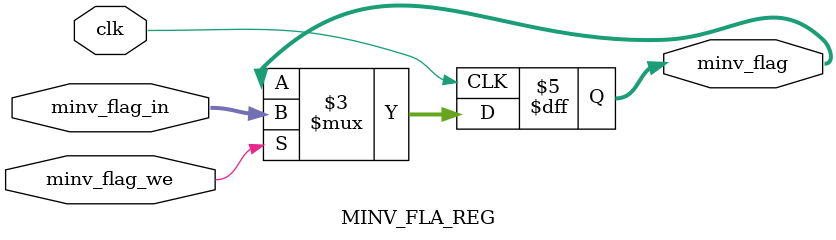
<source format=v>
module MINV_FLA_REG(minv_flag,clk,minv_flag_in,minv_flag_we);
  output [1:0] minv_flag;
  input  clk,minv_flag_we; 
  input [1:0] minv_flag_in; 
  reg [1:0] minv_flag;
  //minv_flag=2'b00 represent that minv is stored in regx1.
  //minv_flag=2'b01 represent that minv is stored in regx2.
  //minv_flag=2'b11 represent that minv is stored in regt.
    
  always @(posedge clk)
		  if(minv_flag_we)
			  minv_flag <= minv_flag_in;
			else
			  minv_flag <= minv_flag;		
endmodule
</source>
